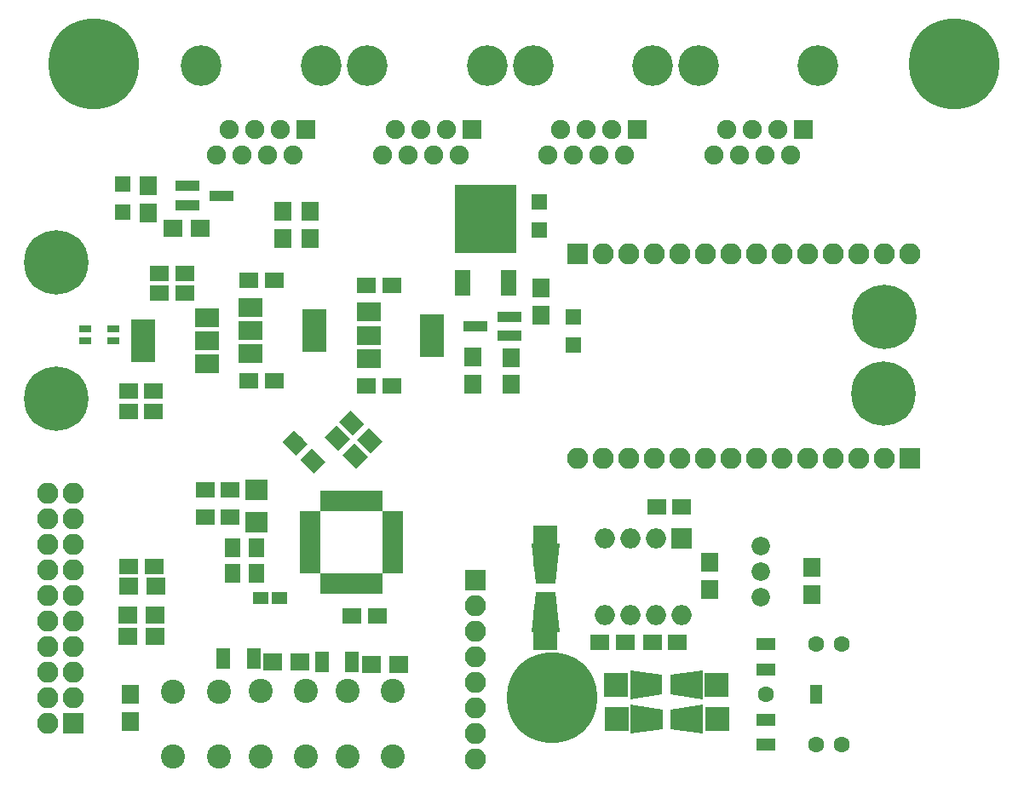
<source format=gts>
G04 #@! TF.GenerationSoftware,KiCad,Pcbnew,(5.0.0-rc2-dev-340-g7483a73a5)*
G04 #@! TF.CreationDate,2018-06-13T08:56:42+02:00*
G04 #@! TF.ProjectId,AudiA6Main,4175646941364D61696E2E6B69636164,rev?*
G04 #@! TF.SameCoordinates,Original*
G04 #@! TF.FileFunction,Soldermask,Top*
G04 #@! TF.FilePolarity,Negative*
%FSLAX46Y46*%
G04 Gerber Fmt 4.6, Leading zero omitted, Abs format (unit mm)*
G04 Created by KiCad (PCBNEW (5.0.0-rc2-dev-340-g7483a73a5)) date 06/13/18 08:56:42*
%MOMM*%
%LPD*%
G01*
G04 APERTURE LIST*
%ADD10C,9.000000*%
%ADD11R,2.100000X2.100000*%
%ADD12O,2.100000X2.100000*%
%ADD13R,1.900000X1.650000*%
%ADD14C,1.650000*%
%ADD15C,0.100000*%
%ADD16R,1.650000X1.900000*%
%ADD17R,1.300000X0.800000*%
%ADD18R,1.900000X1.200000*%
%ADD19C,1.600000*%
%ADD20R,1.200000X1.900000*%
%ADD21C,1.900000*%
%ADD22R,1.900000X1.900000*%
%ADD23C,4.050000*%
%ADD24R,1.600000X1.150000*%
%ADD25R,1.700000X1.900000*%
%ADD26R,1.900000X1.700000*%
%ADD27C,2.400000*%
%ADD28R,2.400000X1.900000*%
%ADD29R,2.400000X4.200000*%
%ADD30O,2.000000X2.000000*%
%ADD31R,2.000000X2.000000*%
%ADD32R,2.200000X2.150000*%
%ADD33R,1.400000X2.000000*%
%ADD34R,1.500000X1.500000*%
%ADD35R,2.400000X1.050000*%
%ADD36R,6.200000X6.800000*%
%ADD37R,1.600000X2.600000*%
%ADD38C,6.399480*%
%ADD39R,2.398980X2.398980*%
%ADD40C,2.378996*%
%ADD41C,1.840000*%
%ADD42C,2.386130*%
%ADD43R,2.000000X0.700000*%
%ADD44R,0.700000X2.000000*%
G04 APERTURE END LIST*
D10*
X47900000Y-104050000D03*
X133400000Y-104050000D03*
D11*
X95980000Y-122920000D03*
D12*
X98520000Y-122920000D03*
X101060000Y-122920000D03*
X103600000Y-122920000D03*
X106140000Y-122920000D03*
X108680000Y-122920000D03*
X111220000Y-122920000D03*
X113760000Y-122920000D03*
X116300000Y-122920000D03*
X118840000Y-122920000D03*
X121380000Y-122920000D03*
X123920000Y-122920000D03*
X126460000Y-122920000D03*
X129000000Y-122920000D03*
D13*
X58950000Y-146400000D03*
X61450000Y-146400000D03*
X58950000Y-149100000D03*
X61450000Y-149100000D03*
X54441903Y-124873186D03*
X56941903Y-124873186D03*
X54441903Y-126773186D03*
X56941903Y-126773186D03*
X53850000Y-138550000D03*
X51350000Y-138550000D03*
X53850000Y-136500000D03*
X51350000Y-136500000D03*
X103400000Y-161550000D03*
X105900000Y-161550000D03*
X103850000Y-148050000D03*
X106350000Y-148050000D03*
X98200000Y-161550000D03*
X100700000Y-161550000D03*
X65800000Y-135550000D03*
X63300000Y-135550000D03*
X75000000Y-136000000D03*
X77500000Y-136000000D03*
X65800000Y-125550000D03*
X63300000Y-125550000D03*
X77500000Y-126000000D03*
X75000000Y-126000000D03*
X51400000Y-153950000D03*
X53900000Y-153950000D03*
D14*
X73566117Y-139716117D03*
D15*
G36*
X72311002Y-139627729D02*
X73477729Y-138461002D01*
X74821232Y-139804505D01*
X73654505Y-140971232D01*
X72311002Y-139627729D01*
X72311002Y-139627729D01*
G37*
D14*
X75333883Y-141483883D03*
D15*
G36*
X74078768Y-141395495D02*
X75245495Y-140228768D01*
X76588998Y-141572271D01*
X75422271Y-142738998D01*
X74078768Y-141395495D01*
X74078768Y-141395495D01*
G37*
D16*
X64100000Y-152150000D03*
X64100000Y-154650000D03*
D13*
X76050000Y-158900000D03*
X73550000Y-158900000D03*
D14*
X73883883Y-142983883D03*
D15*
G36*
X72628768Y-142895495D02*
X73795495Y-141728768D01*
X75138998Y-143072271D01*
X73972271Y-144238998D01*
X72628768Y-142895495D01*
X72628768Y-142895495D01*
G37*
D14*
X72116117Y-141216117D03*
D15*
G36*
X70861002Y-141127729D02*
X72027729Y-139961002D01*
X73371232Y-141304505D01*
X72204505Y-142471232D01*
X70861002Y-141127729D01*
X70861002Y-141127729D01*
G37*
D16*
X61700000Y-154650000D03*
X61700000Y-152150000D03*
D14*
X69683883Y-143483883D03*
D15*
G36*
X68428768Y-143395495D02*
X69595495Y-142228768D01*
X70938998Y-143572271D01*
X69772271Y-144738998D01*
X68428768Y-143395495D01*
X68428768Y-143395495D01*
G37*
D14*
X67916117Y-141716117D03*
D15*
G36*
X66661002Y-141627729D02*
X67827729Y-140461002D01*
X69171232Y-141804505D01*
X68004505Y-142971232D01*
X66661002Y-141627729D01*
X66661002Y-141627729D01*
G37*
D17*
X47050000Y-130375000D03*
X47050000Y-131525000D03*
X49850000Y-130375000D03*
X49850000Y-131525000D03*
D18*
X114700000Y-161700000D03*
X114700000Y-171700000D03*
X114700000Y-164200000D03*
X114700000Y-169200000D03*
D19*
X114700000Y-166700000D03*
X119700000Y-161700000D03*
X122200000Y-161700000D03*
X119700000Y-171700000D03*
X122200000Y-171700000D03*
D20*
X119700000Y-166700000D03*
D11*
X85850000Y-155300000D03*
D12*
X85850000Y-157840000D03*
X85850000Y-160380000D03*
X85850000Y-162920000D03*
X85850000Y-165460000D03*
X85850000Y-168000000D03*
X85850000Y-170540000D03*
X85850000Y-173080000D03*
D21*
X109499999Y-113054999D03*
X110769999Y-110514999D03*
X112039999Y-113054999D03*
X113309999Y-110514999D03*
X114579999Y-113054999D03*
X115849999Y-110514999D03*
X117119999Y-113054999D03*
D22*
X118389999Y-110514999D03*
D23*
X119879999Y-104164999D03*
X108009999Y-104164999D03*
X91539999Y-104164999D03*
X103409999Y-104164999D03*
D22*
X101919999Y-110514999D03*
D21*
X100649999Y-113054999D03*
X99379999Y-110514999D03*
X98109999Y-113054999D03*
X96839999Y-110514999D03*
X95569999Y-113054999D03*
X94299999Y-110514999D03*
X93029999Y-113054999D03*
X60085000Y-113090000D03*
X61355000Y-110550000D03*
X62625000Y-113090000D03*
X63895000Y-110550000D03*
X65165000Y-113090000D03*
X66435000Y-110550000D03*
X67705000Y-113090000D03*
D22*
X68975000Y-110550000D03*
D23*
X70465000Y-104200000D03*
X58595000Y-104200000D03*
X75095000Y-104200000D03*
X86965000Y-104200000D03*
D22*
X85475000Y-110550000D03*
D21*
X84205000Y-113090000D03*
X82935000Y-110550000D03*
X81665000Y-113090000D03*
X80395000Y-110550000D03*
X79125000Y-113090000D03*
X77855000Y-110550000D03*
X76585000Y-113090000D03*
D12*
X95970000Y-143240000D03*
X98510000Y-143240000D03*
X101050000Y-143240000D03*
X103590000Y-143240000D03*
X106130000Y-143240000D03*
X108670000Y-143240000D03*
X111210000Y-143240000D03*
X113750000Y-143240000D03*
X116290000Y-143240000D03*
X118830000Y-143240000D03*
X121370000Y-143240000D03*
X123910000Y-143240000D03*
X126450000Y-143240000D03*
D11*
X128990000Y-143240000D03*
D24*
X66350000Y-157100000D03*
X64450000Y-157100000D03*
D25*
X51500000Y-169350000D03*
X51500000Y-166650000D03*
D26*
X78200000Y-163700000D03*
X75500000Y-163700000D03*
X65700000Y-163425000D03*
X68400000Y-163425000D03*
D25*
X119250000Y-156800000D03*
X119250000Y-154100000D03*
X109100000Y-156300000D03*
X109100000Y-153600000D03*
X89375000Y-133200000D03*
X89375000Y-135900000D03*
X92350000Y-126325000D03*
X92350000Y-129025000D03*
X53350000Y-118825000D03*
X53350000Y-116125000D03*
X85575000Y-135850000D03*
X85575000Y-133150000D03*
D26*
X55800000Y-120375000D03*
X58500000Y-120375000D03*
X54100000Y-155950000D03*
X51400000Y-155950000D03*
X51250000Y-158850000D03*
X53950000Y-158850000D03*
X54000000Y-160950000D03*
X51300000Y-160950000D03*
D27*
X60300000Y-172900000D03*
X55800000Y-172900000D03*
X60300000Y-166400000D03*
X55800000Y-166400000D03*
D28*
X59141903Y-133873186D03*
X59141903Y-129273186D03*
X59141903Y-131573186D03*
D29*
X52841903Y-131573186D03*
D30*
X106300000Y-158770000D03*
X98680000Y-151150000D03*
X103760000Y-158770000D03*
X101220000Y-151150000D03*
X101220000Y-158770000D03*
X103760000Y-151150000D03*
X98680000Y-158770000D03*
D31*
X106300000Y-151150000D03*
D29*
X69800000Y-130550000D03*
D28*
X63500000Y-130550000D03*
X63500000Y-132850000D03*
X63500000Y-128250000D03*
X75200000Y-128700000D03*
X75200000Y-133300000D03*
X75200000Y-131000000D03*
D29*
X81500000Y-131000000D03*
D32*
X64100000Y-149600000D03*
X64100000Y-146350000D03*
D27*
X73082500Y-166379999D03*
X77582500Y-166379999D03*
X73082500Y-172879999D03*
X77582500Y-172879999D03*
X68975000Y-172875000D03*
X64475000Y-172875000D03*
X68975000Y-166375000D03*
X64475000Y-166375000D03*
D33*
X63800000Y-163150000D03*
X60800000Y-163150000D03*
D34*
X95600000Y-131950000D03*
X95600000Y-129150000D03*
X50800000Y-116000000D03*
X50800000Y-118800000D03*
X92150000Y-117750000D03*
X92150000Y-120550000D03*
D33*
X73550000Y-163450000D03*
X70550000Y-163450000D03*
D12*
X43310000Y-146740000D03*
X45850000Y-146740000D03*
X43310000Y-149280000D03*
X45850000Y-149280000D03*
X43310000Y-151820000D03*
X45850000Y-151820000D03*
X43310000Y-154360000D03*
X45850000Y-154360000D03*
X43310000Y-156900000D03*
X45850000Y-156900000D03*
X43310000Y-159440000D03*
X45850000Y-159440000D03*
X43310000Y-161980000D03*
X45850000Y-161980000D03*
X43310000Y-164520000D03*
X45850000Y-164520000D03*
X43310000Y-167060000D03*
X45850000Y-167060000D03*
X43310000Y-169600000D03*
D11*
X45850000Y-169600000D03*
D35*
X85815000Y-130100000D03*
X89235000Y-129150000D03*
X89235000Y-131050000D03*
D36*
X86850000Y-119475000D03*
D37*
X89130000Y-125775000D03*
X84570000Y-125775000D03*
D35*
X57165000Y-116175000D03*
X57165000Y-118075000D03*
X60585000Y-117125000D03*
D38*
X126350000Y-136800000D03*
X126500000Y-129150000D03*
X44200000Y-137300000D03*
X44200000Y-123750000D03*
D39*
X109802280Y-165750000D03*
X99799760Y-165750000D03*
D40*
X106800000Y-165750000D03*
D15*
G36*
X108399540Y-164320606D02*
X108399540Y-167179394D01*
X105200460Y-166723626D01*
X105200460Y-164776374D01*
X108399540Y-164320606D01*
X108399540Y-164320606D01*
G37*
D40*
X102802040Y-165750000D03*
D15*
G36*
X101202500Y-167179394D02*
X101202500Y-164320606D01*
X104401580Y-164776374D01*
X104401580Y-166723626D01*
X101202500Y-167179394D01*
X101202500Y-167179394D01*
G37*
D40*
X102852040Y-169150000D03*
D15*
G36*
X101252500Y-170579394D02*
X101252500Y-167720606D01*
X104451580Y-168176374D01*
X104451580Y-170123626D01*
X101252500Y-170579394D01*
X101252500Y-170579394D01*
G37*
D40*
X106850000Y-169150000D03*
D15*
G36*
X108449540Y-167720606D02*
X108449540Y-170579394D01*
X105250460Y-170123626D01*
X105250460Y-168176374D01*
X108449540Y-167720606D01*
X108449540Y-167720606D01*
G37*
D39*
X99849760Y-169150000D03*
X109852280Y-169150000D03*
D41*
X114150000Y-151970000D03*
X114150000Y-154510000D03*
X114150000Y-157050000D03*
D10*
X93400000Y-167050000D03*
D39*
X92800000Y-151098740D03*
X92800000Y-161101260D03*
D42*
X92800000Y-153687000D03*
D15*
G36*
X91377039Y-151736940D02*
X94222961Y-151736940D01*
X93778607Y-155637060D01*
X91821393Y-155637060D01*
X91377039Y-151736940D01*
X91377039Y-151736940D01*
G37*
D42*
X92800000Y-158513000D03*
D15*
G36*
X94222961Y-160463060D02*
X91377039Y-160463060D01*
X91821393Y-156562940D01*
X93778607Y-156562940D01*
X94222961Y-160463060D01*
X94222961Y-160463060D01*
G37*
D43*
X69400000Y-148850000D03*
X69400000Y-149350000D03*
X69400000Y-149850000D03*
X69400000Y-150350000D03*
X69400000Y-150850000D03*
X69400000Y-151350000D03*
X69400000Y-151850000D03*
X69400000Y-152350000D03*
X69400000Y-152850000D03*
X69400000Y-153350000D03*
X69400000Y-153850000D03*
X69400000Y-154350000D03*
D44*
X70750000Y-155700000D03*
X71250000Y-155700000D03*
X71750000Y-155700000D03*
X72250000Y-155700000D03*
X72750000Y-155700000D03*
X73250000Y-155700000D03*
X73750000Y-155700000D03*
X74250000Y-155700000D03*
X74750000Y-155700000D03*
X75250000Y-155700000D03*
X75750000Y-155700000D03*
X76250000Y-155700000D03*
D43*
X77600000Y-154350000D03*
X77600000Y-153850000D03*
X77600000Y-153350000D03*
X77600000Y-152850000D03*
X77600000Y-152350000D03*
X77600000Y-151850000D03*
X77600000Y-151350000D03*
X77600000Y-150850000D03*
X77600000Y-150350000D03*
X77600000Y-149850000D03*
X77600000Y-149350000D03*
X77600000Y-148850000D03*
D44*
X76250000Y-147500000D03*
X75750000Y-147500000D03*
X75250000Y-147500000D03*
X74750000Y-147500000D03*
X74250000Y-147500000D03*
X73750000Y-147500000D03*
X73250000Y-147500000D03*
X72750000Y-147500000D03*
X72250000Y-147500000D03*
X71750000Y-147500000D03*
X71250000Y-147500000D03*
X70750000Y-147500000D03*
D25*
X66700000Y-121400000D03*
X66700000Y-118700000D03*
X69400000Y-118700000D03*
X69400000Y-121400000D03*
M02*

</source>
